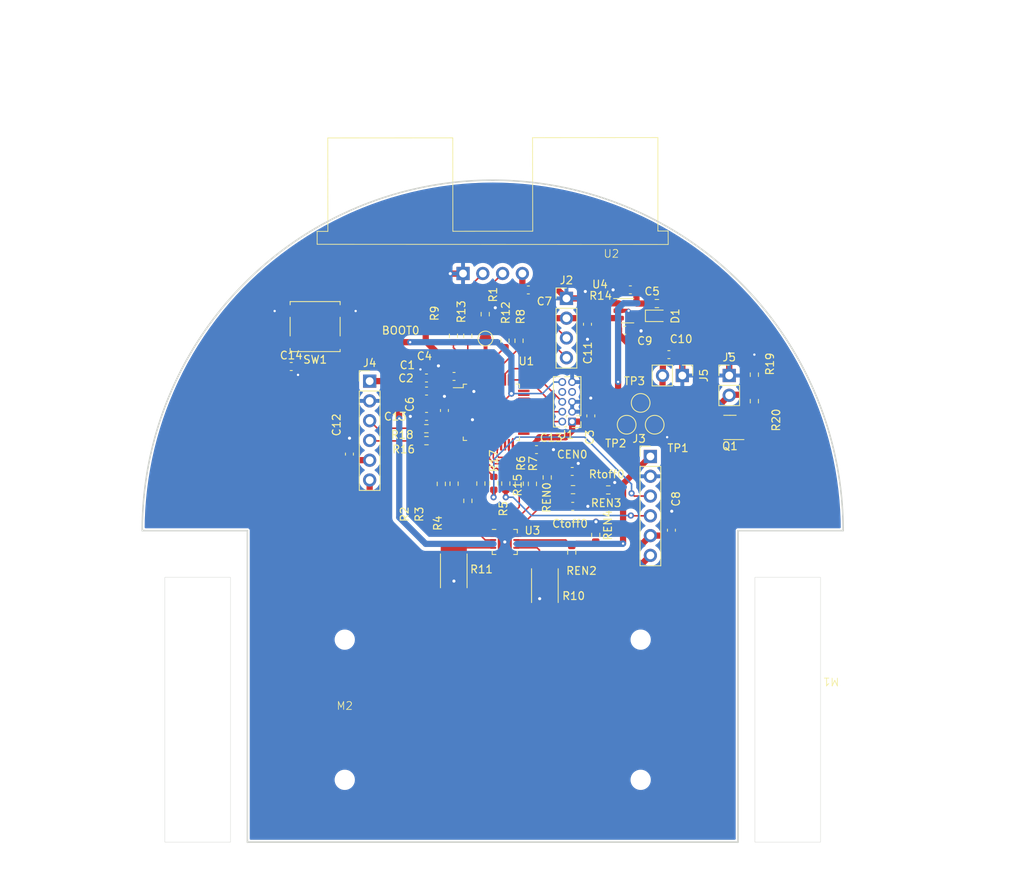
<source format=kicad_pcb>
(kicad_pcb (version 20221018) (generator pcbnew)
  (layers (0 "F.Cu" signal) (31 "B.Cu" signal) (34 "B.Paste" user) (35 "F.Paste" user) (36 "B.SilkS" user "B.Silkscreen") (37 "F.SilkS" user "F.Silkscreen") (38 "B.Mask" user) (39 "F.Mask" user) (44 "Edge.Cuts" user))
  (net 0 "")
  (net 1 "+3.3V")
  (net 2 "GND")
  (net 3 "+BATT")
  (net 4 "Net-(Ctoff0-Pad1)")
  (net 5 "/mcu/IN_B2")
  (net 6 "Net-(D1-A)")
  (net 7 "/mcu/BOOT0")
  (net 8 "Net-(U1-PA2)")
  (net 9 "/mcu/TIM15_CH1")
  (net 10 "Net-(U1-PA3)")
  (net 11 "/mcu/TIM15_CH2")
  (net 12 "Net-(U1-PA4)")
  (net 13 "/mcu/OUT_A4")
  (net 14 "Net-(U1-PA5)")
  (net 15 "/mcu/OUT_A5")
  (net 16 "/mcu/OUT_B0")
  (net 17 "Net-(U1-PB0)")
  (net 18 "/mcu/OUT_B1")
  (net 19 "Net-(U1-PB1)")
  (net 20 "Net-(U1-PB6)")
  (net 21 "/mcu/OUT_B9")
  (net 22 "Net-(U1-PB9)")
  (net 23 "/mcu/TIM3_CH1")
  (net 24 "/mcu/TIM2_CH1")
  (net 25 "/mcu/TIM3_CH2")
  (net 26 "/mcu/TIM2_CH2")
  (net 27 "/mcu/TIM8_CH2")
  (net 33 "/mcu/~{RESET}")
  (net 45 "/mcu/SWDIO")
  (net 48 "/mcu/SWDCLK")
  (net 50 "/mcu/SWO")
  (net 52 "unconnected-(U1-PB5-Pad41)")
  (net 55 "Net-(J2-Pin_3)")
  (net 56 "/external_uart/EXT_UART_RX")
  (net 57 "/motorA/MA")
  (net 58 "Net-(J3-Pin_3)")
  (net 59 "Net-(J3-Pin_4)")
  (net 60 "/motorA/MB")
  (net 61 "/motorB/MA")
  (net 62 "Net-(J4-Pin_3)")
  (net 63 "Net-(J4-Pin_4)")
  (net 64 "/motorB/MB")
  (net 65 "Net-(U3-SENSEB)")
  (net 66 "Net-(U3-SENSEA)")
  (net 67 "/external_uart/EXT_UART_TX")
  (net 68 "Net-(U2-ECHO)")
  (net 69 "Net-(U3-REF)")
  (net 70 "Net-(U3-TOFF)")
  (net 72 "Net-(J5-Pin_2)")
  (net 73 "Net-(Q1-G)")
  (footprint "Package_QFP:LQFP-48_7x7mm_P0.5mm" (layer "F.Cu") (at 149.83 84.8075)
    (fp_text reference "U1")
    (fp_text value "STM32F030C8Tx")
  )
  (footprint "Resistor_SMD:R_0603_1608Metric" (layer "F.Cu") (at 149.04 72.205 90)
    (fp_text reference "R1")
    (fp_text value "10k")
  )
  (footprint "minimouse:N20_with_encoder" (layer "F.Cu") (at 131 123)
    (fp_text reference "M2")
    (fp_text value "N20_encoder")
    (fp_rect (start -23.1 -17) (end -14.67 17) (stroke (width 0.05)) (fill none) (layer "Edge.Cuts"))
  )
  (footprint "Resistor_SMD:R_0603_1608Metric" (layer "F.Cu") (at 163.23 100.57 -90)
    (fp_text reference "REN4")
    (fp_text value "10K")
  )
  (footprint "Resistor_SMD:R_2512_6332Metric" (layer "F.Cu") (at 156.7 107.0625 -90)
    (fp_text reference "R10")
    (fp_text value "330m")
  )
  (footprint "minimouse:HC-SR04" (layer "F.Cu") (at 150 66.98)
    (fp_text reference "U2")
    (fp_text value "HC-SR04")
  )
  (footprint "Package_DFN_QFN:VQFN-16-1EP_3x3mm_P0.5mm_EP1.8x1.8mm" (layer "F.Cu") (at 151.55 101.4525)
    (fp_text reference "U3")
    (fp_text value "STSPIN240")
  )
  (footprint "Capacitor_SMD:C_0603_1608Metric" (layer "F.Cu") (at 160.21 92.4)
    (fp_text reference "CEN0")
    (fp_text value "1n")
  )
  (footprint "Connector_PinHeader_2.54mm:PinHeader_1x06_P2.54mm_Vertical" (layer "F.Cu") (at 134.2 80.8)
    (fp_text reference "J4")
    (fp_text value "Conn_01x06")
  )
  (footprint "TestPoint:TestPoint_Pad_D1.5mm" (layer "F.Cu") (at 149.07 75.33)
    (fp_text reference "BOOT0")
    (fp_text value "TestPoint")
  )
  (footprint "Button_Switch_SMD:SW_Push_1P1T_NO_CK_KSC6xxJ" (layer "F.Cu") (at 127.2 73.8)
    (fp_text reference "SW1")
    (fp_text value "SW_Push")
  )
  (footprint "Resistor_SMD:R_0603_1608Metric" (layer "F.Cu") (at 146.81 96.175 -90)
    (fp_text reference "R4")
    (fp_text value "100")
  )
  (footprint "Capacitor_SMD:C_0603_1608Metric" (layer "F.Cu") (at 145.035 80.2 180)
    (fp_text reference "C4")
    (fp_text value "0.1uF")
  )
  (footprint "Resistor_SMD:R_0603_1608Metric" (layer "F.Cu") (at 151.58 75.615 90)
    (fp_text reference "R12")
    (fp_text value "100")
  )
  (footprint "Resistor_SMD:R_0603_1608Metric" (layer "F.Cu") (at 144.96 74.985 -90)
    (fp_text reference "R9")
    (fp_text value "100")
  )
  (footprint "Resistor_SMD:R_0603_1608Metric" (layer "F.Cu") (at 183.6 83.375 -90)
    (fp_text reference "R20")
    (fp_text value "10K")
  )
  (footprint "TestPoint:TestPoint_Pad_D2.0mm" (layer "F.Cu") (at 167.2 86.4 180)
    (fp_text reference "TP2")
    (fp_text value "TestPoint")
  )
  (footprint "Package_TO_SOT_SMD:SOT-23-5" (layer "F.Cu") (at 167.3225 71.76)
    (fp_text reference "U4")
    (fp_text value "LP5907MFX-3.3")
  )
  (footprint "Resistor_SMD:R_0603_1608Metric" (layer "F.Cu") (at 150.14 93.925 -90)
    (fp_text reference "R17")
    (fp_text value "100")
  )
  (footprint "Capacitor_SMD:C_0603_1608Metric" (layer "F.Cu") (at 162.17 73.5 -90)
    (fp_text reference "C11")
    (fp_text value "2.2u")
  )
  (footprint "Resistor_SMD:R_0603_1608Metric" (layer "F.Cu") (at 151.68 93.955 -90)
    (fp_text reference "R15")
    (fp_text value "100")
  )
  (footprint "Resistor_SMD:R_0603_1608Metric" (layer "F.Cu") (at 160.15 102.805 -90)
    (fp_text reference "REN2")
    (fp_text value "10K")
  )
  (footprint "Capacitor_SMD:C_0603_1608Metric" (layer "F.Cu") (at 167.675 69.08 180)
    (fp_text reference "C5")
    (fp_text value "0.1uF")
  )
  (footprint "minimouse:N20_with_encoder" (layer "F.Cu") (at 169 123 180)
    (fp_text reference "M1")
    (fp_text value "N20_encoder")
    (fp_rect (start -23.1 -17) (end -14.67 17) (stroke (width 0.05)) (fill none) (layer "Edge.Cuts"))
  )
  (footprint "Connector_PinHeader_2.54mm:PinHeader_1x02_P2.54mm_Vertical" (layer "F.Cu") (at 174.35 80.08 -90)
    (fp_text reference "J5")
    (fp_text value "Conn_01x02")
  )
  (footprint "Capacitor_SMD:C_0603_1608Metric" (layer "F.Cu") (at 172.625 77.4)
    (fp_text reference "C10")
    (fp_text value "2.2u")
  )
  (footprint "Capacitor_SMD:C_0603_1608Metric" (layer "F.Cu") (at 162.6 85.265 90)
    (fp_text reference "C3")
    (fp_text value "0.1uF")
  )
  (footprint "LED_SMD:LED_0603_1608Metric" (layer "F.Cu") (at 171.0925 72.42)
    (fp_text reference "D1")
    (fp_text value "LED")
  )
  (footprint "Capacitor_SMD:C_0603_1608Metric" (layer "F.Cu") (at 124.13 78.93)
    (fp_text reference "C14")
    (fp_text value "0.1u")
  )
  (footprint "Connector_PinHeader_2.54mm:PinHeader_1x04_P2.54mm_Vertical" (layer "F.Cu") (at 159.47 70.18)
    (fp_text reference "J2")
    (fp_text value "Conn_01x04")
  )
  (footprint "Resistor_SMD:R_0603_1608Metric" (layer "F.Cu") (at 153.38 75.615 -90)
    (fp_text reference "R8")
    (fp_text value "100")
  )
  (footprint "Resistor_SMD:R_0603_1608Metric" (layer "F.Cu") (at 157 93.175 90)
    (fp_text reference "REN0")
    (fp_text value "10K")
  )
  (footprint "Resistor_SMD:R_0603_1608Metric" (layer "F.Cu") (at 155.1 93.995 90)
    (fp_text reference "R7")
    (fp_text value "100")
  )
  (footprint "Resistor_SMD:R_0603_1608Metric" (layer "F.Cu") (at 143.4 94 -90)
    (fp_text reference "R2")
    (fp_text value "100")
  )
  (footprint "Capacitor_SMD:C_0603_1608Metric" (layer "F.Cu") (at 160.275 96.88)
    (fp_text reference "Ctoff0")
    (fp_text value "22n")
  )
  (footprint "Connector_PinHeader_2.54mm:PinHeader_1x02_P2.54mm_Vertical" (layer "F.Cu") (at 180.3725 80.08)
    (fp_text reference "J5")
    (fp_text value "Conn_01x02")
  )
  (footprint "Resistor_SMD:R_0603_1608Metric" (layer "F.Cu") (at 164.835 94.77 180)
    (fp_text reference "REN3")
    (fp_text value "47K")
  )
  (footprint "Resistor_SMD:R_0603_1608Metric" (layer "F.Cu") (at 171.085 70.84)
    (fp_text reference "R14")
    (fp_text value "R")
  )
  (footprint "Resistor_SMD:R_0603_1608Metric" (layer "F.Cu") (at 145.04 93.975 -90)
    (fp_text reference "R3")
    (fp_text value "100")
  )
  (footprint "Connector_PinHeader_2.54mm:PinHeader_1x06_P2.54mm_Vertical" (layer "F.Cu") (at 170.25 90.48)
    (fp_text reference "J3")
    (fp_text value "Conn_01x06")
  )
  (footprint "Capacitor_SMD:C_0603_1608Metric" (layer "F.Cu") (at 141.495 80.4 180)
    (fp_text reference "C1")
    (fp_text value "2.2uF")
  )
  (footprint "Resistor_SMD:R_0603_1608Metric" (layer "F.Cu") (at 148.48 93.955 -90)
    (fp_text reference "R5")
    (fp_text value "100")
  )
  (footprint "TestPoint:TestPoint_Pad_D2.0mm" (layer "F.Cu") (at 170.8 86.4 180)
    (fp_text reference "TP1")
    (fp_text value "TestPoint")
  )
  (footprint "Resistor_SMD:R_0603_1608Metric" (layer "F.Cu") (at 160.315 94.74)
    (fp_text reference "Rtoff0")
    (fp_text value "1K")
  )
  (footprint "Connector_PinHeader_1.27mm:PinHeader_2x05_P1.27mm_Vertical" (layer "F.Cu") (at 160.2 86 180)
    (fp_text reference "J1")
    (fp_text value "Conn_ARM_JTAG_SWD_10")
  )
  (footprint "Resistor_SMD:R_0603_1608Metric" (layer "F.Cu") (at 183.6 79.975 90)
    (fp_text reference "R19")
    (fp_text value "100K")
  )
  (footprint "TestPoint:TestPoint_Pad_D2.0mm" (layer "F.Cu") (at 169 83.6 180)
    (fp_text reference "TP3")
    (fp_text value "TestPoint")
  )
  (footprint "Capacitor_SMD:C_0603_1608Metric" (layer "F.Cu") (at 141.505 82.08 180)
    (fp_text reference "C2")
    (fp_text value "0.1uF")
  )
  (footprint "Capacitor_SMD:C_0603_1608Metric" (layer "F.Cu") (at 143.8 84.575 90)
    (fp_text reference "C6")
    (fp_text value "2.2uF")
  )
  (footprint "Capacitor_SMD:C_0603_1608Metric" (layer "F.Cu") (at 155.625 89.6)
    (fp_text reference "C13")
    (fp_text value "2.2u")
  )
  (footprint "Resistor_SMD:R_0603_1608Metric" (layer "F.Cu") (at 141.495 88.45 180)
    (fp_text reference "R16")
    (fp_text value "100")
  )
  (footprint "Capacitor_SMD:C_0603_1608Metric" (layer "F.Cu") (at 172.95 99.945 90)
    (fp_text reference "C8")
    (fp_text value "2.2u")
  )
  (footprint "Resistor_SMD:R_2512_6332Metric" (layer "F.Cu") (at 145 105.1625 -90)
    (fp_text reference "R11")
    (fp_text value "330m")
  )
  (footprint "Resistor_SMD:R_0603_1608Metric" (layer "F.Cu") (at 141.485 86.91 180)
    (fp_text reference "R18")
    (fp_text value "100")
  )
  (footprint "Resistor_SMD:R_0603_1608Metric" (layer "F.Cu") (at 146.8 74.985 90)
    (fp_text reference "R13")
    (fp_text value "100")
  )
  (footprint "Capacitor_SMD:C_0603_1608Metric" (layer "F.Cu") (at 131.6 90.175 90)
    (fp_text reference "C12")
    (fp_text value "2.2u")
  )
  (footprint "Capacitor_SMD:C_0603_1608Metric" (layer "F.Cu") (at 166.945 74.27)
    (fp_text reference "C9")
    (fp_text value "2.2u")
  )
  (footprint "Package_TO_SOT_SMD:SOT-23-3" (layer "F.Cu") (at 180.4625 86.75 180)
    (fp_text reference "Q1")
    (fp_text value "PMOS")
  )
  (footprint "Capacitor_SMD:C_0603_1608Metric" (layer "F.Cu") (at 141.505 85.33 180)
    (fp_text reference "C13")
    (fp_text value "2.2u")
  )
  (footprint "Resistor_SMD:R_0603_1608Metric" (layer "F.Cu") (at 153.41 93.965 90)
    (fp_text reference "R6")
    (fp_text value "100")
  )
  (footprint "Capacitor_SMD:C_0603_1608Metric" (layer "F.Cu") (at 154.575 69.09)
    (fp_text reference "C7")
    (fp_text value "2.2u")
  )
  (gr_arc (start 105 100) (mid 150 55) (end 195 100) (stroke (width 0.2)) (layer "Edge.Cuts"))
  (gr_line (start 181.5 140) (end 118.5 140) (stroke (width 0.2)) (layer "Edge.Cuts"))
  (gr_line (start 118.5 100) (end 105 100) (stroke (width 0.2)) (layer "Edge.Cuts"))
  (gr_line (start 181.5 100) (end 181.5 140) (stroke (width 0.2)) (layer "Edge.Cuts"))
  (gr_line (start 195 100) (end 181.5 100) (stroke (width 0.2)) (layer "Edge.Cuts"))
  (gr_line (start 118.5 140) (end 118.5 100) (stroke (width 0.2)) (layer "Edge.Cuts"))
  (segment (start 142.22 64.8) (end 141.4 65.62) (width 0.8) (layer "F.Cu") (net 1))
  (segment (start 154.85 89.15) (end 154.85 89.6) (width 0.5) (layer "F.Cu") (net 1))
  (segment (start 153.02 89.41) (end 152.58 88.97) (width 0.2) (layer "F.Cu") (net 1))
  (segment (start 168.46 69.09) (end 168.45 69.08) (width 0.8) (layer "F.Cu") (net 1))
  (segment (start 168.49 70.84) (end 168.46 70.81) (width 0.8) (layer "F.Cu") (net 1))
  (segment (start 145.81 80.10204) (end 145.81 80.2) (width 0.8) (layer "F.Cu") (net 1))
  (segment (start 160.2 87.16) (end 160.2 86) (width 0.8) (layer "F.Cu") (net 1))
  (segment (start 146.23 80.2) (end 145.81 80.2) (width 0.2) (layer "F.Cu") (net 1))
  (segment (start 147.08 80.645) (end 146.675 80.645) (width 0.2) (layer "F.Cu") (net 1))
  (segment (start 144.3575 81.7575) (end 142.4275 81.7575) (width 0.8) (layer "F.Cu") (net 1))
  (segment (start 166.1 85.3) (end 167.2 86.4) (width 0.8) (layer "F.Cu") (net 1))
  (segment (start 154.85 89.6) (end 154.66 89.41) (width 0.2) (layer "F.Cu") (net 1))
  (segment (start 145.6675 80.3425) (end 145.81 80.2) (width 0.2) (layer "F.Cu") (net 1))
  (segment (start 142.31 82.08) (end 142.3325 82.0575) (width 0.2) (layer "F.Cu") (net 1))
  (segment (start 159.35 88.01) (end 160.2 87.16) (width 0.8) (layer "F.Cu") (net 1))
  (segment (start 168.45 69.08) (end 168.45 68.605) (width 0.8) (layer "F.Cu") (net 1))
  (segment (start 164.645 64.8) (end 164.17 64.8) (width 0.8) (layer "F.Cu") (net 1))
  (segment (start 144.4 81.715) (end 144.4 81.61) (width 0.5) (layer "F.Cu") (net 1))
  (segment (start 170.26 70.84) (end 168.49 70.84) (width 0.8) (layer "F.Cu") (net 1))
  (segment (start 142.4275 81.7575) (end 142.27 81.6) (width 0.8) (layer "F.Cu") (net 1))
  (segment (start 143.8 85.35) (end 143.325 85.35) (width 0.2) (layer "F.Cu") (net 1))
  (segment (start 155.8 88.2) (end 155.99 88.01) (width 0.8) (layer "F.Cu") (net 1))
  (segment (start 142.28 85.33) (end 142.28 82.46) (width 0.8) (layer "F.Cu") (net 1))
  (segment (start 160.2 86) (end 162.56 86) (width 0.8) (layer "F.Cu") (net 1))
  (segment (start 152.58 88.20009) (end 152.58 88.97) (width 0.2) (layer "F.Cu") (net 1))
  (segment (start 145.81 80.305) (end 144.3575 81.7575) (width 0.8) (layer "F.Cu") (net 1))
  (segment (start 143.8 85.35) (end 142.3 85.35) (width 0.8) (layer "F.Cu") (net 1))
  (segment (start 166.1 80.9) (end 166.1 84.1) (width 0.8) (layer "F.Cu") (net 1))
  (segment (start 166.1 84.1) (end 166.1 85.3) (width 0.8) (layer "F.Cu") (net 1))
  (segment (start 142.3 82.09) (end 142.31 82.08) (width 0.2) (layer "F.Cu") (net 1))
  (segment (start 141.4 75.69204) (end 145.81 80.10204) (width 0.8) (layer "F.Cu") (net 1))
  (segment (start 155.8 88.2) (end 154.85 89.15) (width 0.5) (layer "F.Cu") (net 1))
  (segment (start 144.3575 81.7575) (end 144.4 81.715) (width 0.5) (layer "F.Cu") (net 1))
  (segment (start 142.27 80.55) (end 142.27 81.6) (width 0.8) (layer "F.Cu") (net 1))
  (segment (start 155.99 88.01) (end 159.35 88.01) (width 0.8) (layer "F.Cu") (net 1))
  (segment (start 162.56 86) (end 162.6 86.04) (width 0.8) (layer "F.Cu") (net 1))
  (segment (start 146.675 80.645) (end 146.23 80.2) (width 0.2) (layer "F.Cu") (net 1))
  (segment (start 168.45 68.605) (end 164.645 64.8) (width 0.8) (layer "F.Cu") (net 1))
  (segment (start 168.46 70.81) (end 168.46 69.09) (width 0.8) (layer "F.Cu") (net 1))
  (segment (start 154.66 89.41) (end 153.02 89.41) (width 0.2) (layer "F.Cu") (net 1))
  (segment (start 164.9 85.3) (end 166.1 85.3) (width 0.8) (layer "F.Cu") (net 1))
  (segment (start 142.3 85.35) (end 142.28 85.33) (width 0.8) (layer "F.Cu") (net 1))
  (segment (start 144.3575 81.7575) (end 144.6575 82.0575) (width 0.2) (layer "F.Cu") (net 1))
  (segment (start 164.16 86.04) (end 162.6 86.04) (width 0.8) (layer "F.Cu") (net 1))
  (segment (start 145.6675 86.0575) (end 146.4675 86.0575) (width 0.2) (layer "F.Cu") (net 1))
  (segment (start 145.81 80.2) (end 145.81 80.305) (width 0.8) (layer "F.Cu") (net 1))
  (segment (start 144.5075 86.0575) (end 143.8 85.35) (width 0.2) (layer "F.Cu") (net 1))
  (segment (start 164.17 64.8) (end 142.22 64.8) (width 0.8) (layer "F.Cu") (net 1))
  (segment (start 145.6675 86.0575) (end 144.5075 86.0575) (width 0.2) (layer "F.Cu") (net 1))
  (segment (start 142.27 82.04) (end 142.31 82.08) (width 0.8) (layer "F.Cu") (net 1))
  (segment (start 164.16 86.04) (end 164.9 85.3) (width 0.8) (layer "F.Cu") (net 1))
  (segment (start 141.4 65.62) (end 141.4 75.69204) (width 0.8) (layer "F.Cu") (net 1))
  (segment (start 142.27 81.6) (end 142.27 82.04) (width 0.8) (layer "F.Cu") (net 1))
  (segment (start 144.6575 82.0575) (end 145.6675 82.0575) (width 0.2) (layer "F.Cu") (net 1))
  (via (at 166.1 80.9) (size 0.5) (drill 0.3) (layers "F.Cu" "B.Cu") (net 1))
  (segment (start 166.1 80.9) (end 166.1 71.5) (width 0.8) (layer "B.Cu") (net 1))
  (segment (start 166.1 71.5) (end 166.8 70.8) (width 0.8) (layer "B.Cu") (net 1))
  (segment (start 166.8 70.8) (end 168.6 70.8) (width 0.8) (layer "B.Cu") (net 1))
  (segment (start 144.26 80.07) (end 143.03 78.84) (width 0.8) (layer "F.Cu") (net 2))
  (segment (start 151.8 101.7025) (end 151.55 101.4525) (width 0.2) (layer "F.Cu") (net 2))
  (segment (start 147.4 85.7575) (end 147.2 85.5575) (width 0.2) (layer "F.Cu") (net 2))
  (segment (start 155.35 69.09) (end 158.38 69.09) (width 0.8) (layer "F.Cu") (net 2))
  (segment (start 140.72 80.4) (end 140.72 82.07) (width 0.8) (layer "F.Cu") (net 2))
  (segment (start 131.6 88.14) (end 131.61 88.13) (width 0.8) (layer "F.Cu") (net 2))
  (segment (start 172.95 97.55) (end 172.99 97.51) (width 0.8) (layer "F.Cu") (net 2))
  (segment (start 163.23 99.745) (end 163.23 98.89) (width 0.8) (layer "F.Cu") (net 2))
  (segment (start 152.665 90.675) (end 152.27 90.28) (width 0.5) (layer "F.Cu") (net 2))
  (segment (start 170.305 74.305) (end 169.095 74.305) (width 0.8) (layer "F.Cu") (net 2))
  (segment (start 145 106.5) (end 145 108.125) (width 0.8) (layer "F.Cu") (net 2))
  (segment (start 172.95 99.17) (end 172.95 97.55) (width 0.8) (layer "F.Cu") (net 2))
  (segment (start 167.72 74.27) (end 168.97 74.27) (width 0.8) (layer "F.Cu") (net 2))
  (segment (start 159.47 70.18) (end 161 70.18) (width 0.8) (layer "F.Cu") (net 2))
  (segment (start 162.59 82.98) (end 162.6 82.99) (width 0.5) (layer "F.Cu") (net 2))
  (segment (start 169.095 74.305) (end 169.05 74.35) (width 0.8) (layer "F.Cu") (net 2))
  (segment (start 162.53 84.73) (end 162.6 84.8) (width 0.2) (layer "F.Cu") (net 2))
  (segment (start 124.905 79.905) (end 125 80) (width 0.8) (layer "F.Cu") (net 2))
  (segment (start 173.4 77.4) (end 170.35 74.35) (width 0.2) (layer "F.Cu") (net 2))
  (segment (start 156 90.6) (end 155.99 90.61) (width 0.5) (layer "F.Cu") (net 2))
  (segment (start 151.8 102.94) (end 151.8 101.7025) (width 0.2) (layer "F.Cu") (net 2))
  (segment (start 144.55 67) (end 146.17 67) (width 0.8) (layer "F.Cu") (net 2))
  (segment (start 170.305 72.42) (end 170.305 74.305) (width 0.2) (layer "F.Cu") (net 2))
  (segment (start 165.66 94.77) (end 165.66 93.83) (width 0.8) (layer "F.Cu") (net 2))
  (segment (start 149.04 71.38) (end 150.33 71.38) (width 0.8) (layer "F.Cu") (net 2))
  (segment (start 140.73 85.33) (end 139.42 85.33) (width 0.2) (layer "F.Cu") (net 2))
  (segment (start 130.1 71.8) (end 132.4 71.8) (width 0.8) (layer "F.Cu") (net 2))
  (segment (start 147.58 80.645) (end 147.58 82.13) (width 0.2) (layer "F.Cu") (net 2))
  (segment (start 124.3 71.8) (end 122 71.8) (width 0.8) (layer "F.Cu") (net 2))
  (segment (start 170.305 74.305) (end 170.35 74.35) (width 0.2) (layer "F.Cu") (net 2))
  (segment (start 170.305 72.42) (end 170.305 74.20704) (width 0.8) (layer "F.Cu") (net 2))
  (segment (start 168.97 74.27) (end 169.05 74.35) (width 0.8) (layer "F.Cu") (net 2))
  (segment (start 156.4 89.6) (end 156.4 90.2) (width 0.2) (layer "F.Cu") (net 2))
  (segment (start 162.66 83.05) (end 162.59 82.98) (width 0.5) (layer "F.Cu") (net 2))
  (segment (start 162.6 82.99) (end 162.6 84.8) (width 0.5) (layer "F.Cu") (net 2))
  (segment (start 156.03 108.74) (end 156.03 110.095) (width 0.5) (layer "F.Cu") (net 2))
  (segment (start 161.05 96.88) (end 162.22 96.88) (width 0.8) (layer "F.Cu") (net 2))
  (segment (start 124.905 78.93) (end 124.905 79.905) (width 0.8) (layer "F.Cu") (net 2))
  (segment (start 183.6 79.15) (end 183.6 77.4) (width 0.8) (layer "F.Cu") (net 2))
  (segment (start 152.08 90.09) (end 152.27 90.28) (width 0.2) (layer "F.Cu") (net 2))
  (segment (start 170.305 74.20704) (end 173.4 77.30204) (width 0.8) (layer "F.Cu") (net 2))
  (segment (start 151.5675 101.4525) (end 151.55 101.4525) (width 0.2) (layer "F.Cu") (net 2))
  (segment (start 170.8 86.4) (end 172.4 88) (width 0.8) (layer "F.Cu") (net 2))
  (segment (start 174.35 80.08) (end 174.35 78.35) (width 0.8) (layer "F.Cu") (net 2))
  (segment (start 156.4 89.6) (end 157.8 89.6) (width 0.5) (layer "F.Cu") (net 2))
  (segment (start 165.66 93.83) (end 165.67 93.82) (width 0.8) (layer "F.Cu") (net 2))
  (segment (start 151.5675 101.4525) (end 151.57 101.45) (width 0.2) (layer "F.Cu") (net 2))
  (segment (start 140.72 79.3) (end 140.72 82.04) (width 0.2) (layer "F.Cu") (net 2))
  (segment (start 145.02 106.48) (end 145 106.5) (width 0.8) (layer "F.Cu") (net 2))
  (segment (start 140.72 82.04) (end 140.76 82.08) (width 0.2) (layer "F.Cu") (net 2))
  (segment (start 143.8 83.8) (end 143.8 82.7575) (width 0.2) (layer "F.Cu") (net 2))
  (segment (start 160.985 91.245) (end 160.985 91.37) (width 0.2) (layer "F.Cu") (net 2))
  (segment (start 167.44 71.76) (end 167.45 71.77) (width 0.5) (layer "F.Cu") (net 2))
  (segment (start 173.4 77.30204) (end 173.4 77.4) (width 0.8) (layer "F.Cu") (net 2))
  (segment (start 162.17 74.275) (end 162.17 75.43) (width 0.8) (layer "F.Cu") (net 2))
  (segment (start 144.26 80.2) (end 144.26 80.07) (width 0.2) (layer "F.Cu") (net 2))
  (segment (start 140.72 80.4) (end 140.72 79.3) (width 0.8) (layer "F.Cu") (net 2))
  (segment (start 163.23 98.89) (end 163.26 98.86) (width 0.8) (layer "F.Cu") (net 2))
  (segment (start 161 70.18) (end 161.89 69.29) (width 0.8) (layer "F.Cu") (net 2))
  (segment (start 158.38 69.09) (end 159.47 70.18) (width 0.8) (layer "F.Cu") (net 2))
  (segment (start 131.6 89.4) (end 131.6 88.14) (width 0.8) (layer "F.Cu") (net 2))
  (segment (start 166.185 71.76) (end 167.44 71.76) (width 0.5) (layer "F.Cu") (net 2))
  (segment (start 147.2 85.5575) (end 145.6675 85.5575) (width 0.2) (layer "F.Cu") (net 2))
  (segment (start 146.17 67) (end 146.19 66.98) (width 0.8) (layer "F.Cu") (net 2))
  (segment (start 156.03 110.095) (end 156 110.125) (width 0.5) (layer "F.Cu") (net 2))
  (segment (start 152.08 88.97) (end 152.08 90.09) (width 0.2) (layer "F.Cu") (net 2))
  (segment (start 160.27 84.8) (end 160.2 84.73) (width 0.8) (layer "F.Cu") (net 2))
  (segment (start 140.72 82.07) (end 140.73 82.08) (width 0.8) (layer "F.Cu") (net 2))
  (segment (start 160.985 92.4) (end 160.985 91.37) (width 0.8) (layer "F.Cu") (net 2))
  (segment (start 166.9 69.08) (end 165.46 69.08) (width 0.8) (layer "F.Cu") (net 2))
  (segment (start 180.3725 77.2275) (end 180.3725 80.08) (width 0.8) (layer "F.Cu") (net 2))
  (segment (start 154.2 90.675) (end 152.665 90.675) (width 0.5) (layer "F.Cu") (net 2))
  (segment (start 156.4 90.2) (end 155.99 90.61) (width 0.8) (layer "F.Cu") (net 2))
  (segment (start 155.925 90.675) (end 155.99 90.61) (width 0.8) (layer "F.Cu") (net 2))
  (segment (start 170.35 74.35) (end 169.05 74.35) (width 0.2) (layer "F.Cu") (net 2))
  (segment (start 174.35 78.35) (end 173.4 77.4) (width 0.8) (layer "F.Cu") (net 2))
  (segment (start 154.2 90.675) (end 155.925 90.675) (width 0.8) (layer "F.Cu") (net 2))
  (segment (start 170.31 93.08) (end 170.25 93.02) (width 0.8) (layer "F.Cu") (net 2))
  (via (at 165.67 93.82) (size 0.8) (drill 0.4) (layers "F.Cu" "B.Cu") (net 2))
  (via (at 163.26 98.86) (size 0.8) (drill 0.4) (layers "F.Cu" "B.Cu") (net 2))
  (via (at 140.72 79.3) (size 0.5) (drill 0.3) (layers "F.Cu" "B.Cu") (net 2))
  (via (at 147.58 82.13) (size 0.8) (drill 0.4) (layers "F.Cu" "B.Cu") (net 2))
  (via (at 161.89 69.29) (size 0.8) (drill 0.4) (layers "F.Cu" "B.Cu") (net 2))
  (via (at 169.05 74.35) (size 0.8) (drill 0.4) (layers "F.Cu" "B.Cu") (net 2))
  (via (at 167.45 71.77) (size 0.5) (drill 0.3) (layers "F.Cu" "B.Cu") (net 2))
  (via (at 180.3725 77.2275) (size 0.5) (drill 0.3) (layers "F.Cu" "B.Cu") (net 2))
  (via (at 165.46 69.08) (size 0.8) (drill 0.4) (layers "F.Cu" "B.Cu") (net 2))
  (via (at 172.99 97.51) (size 0.8) (drill 0.4) (layers "F.Cu" "B.Cu") (net 2))
  (via (at 157.8 89.6) (size 0.8) (drill 0.4) (layers "F.Cu" "B.Cu") (net 2))
  (via (at 145.02 106.48) (size 0.8) (drill 0.4) (layers "F.Cu" "B.Cu") (net 2))
  (via (at 162.59 82.98) (size 0.8) (drill 0.4) (layers "F.Cu" "B.Cu") (net 2))
  (via (at 169.05 74.35) (size 0.8) (drill 0.4) (layers "F.Cu" "B.Cu") (net 2))
  (via (at 150.33 71.38) (size 0.8) (drill 0.4) (layers "F.Cu" "B.Cu") (net 2))
  (via (at 162.17 75.43) (size 0.8) (drill 0.4) (layers "F.Cu" "B.Cu") (net 2))
  (via (at 125 80) (size 0.5) (drill 0.3) (layers "F.Cu" "B.Cu") (net 2))
  (via (at 144.55 67) (size 0.8) (drill 0.4) (layers "F.Cu" "B.Cu") (net 2))
  (via (at 151.55 101.4525) (size 0.8) (drill 0.4) (layers "F.Cu" "B.Cu") (net 2))
  (via (at 183.6 77.4) (size 0.5) (drill 0.3) (layers "F.Cu" "B.Cu") (net 2))
  (via (at 122 71.8) (size 0.5) (drill 0.3) (layers "F.Cu" "B.Cu") (net 2))
  (via (at 132.4 71.8) (size 0.5) (drill 0.3) (layers "F.Cu" "B.Cu") (net 2))
  (via (at 162.22 96.88) (size 0.8) (drill 0.4) (layers "F.Cu" "B.Cu") (net 2))
  (via (at 131.61 88.13) (size 0.8) (drill 0.4) (layers "F.Cu" "B.Cu") (net 2))
  (via (at 160.985 91.37) (size 0.8) (drill 0.4) (layers "F.Cu" "B.Cu") (net 2))
  (via (at 139.42 85.33) (size 0.8) (drill 0.4) (layers "F.Cu" "B.Cu") (net 2))
  (via (at 143.03 78.84) (size 0.8) (drill 0.4) (layers "F.Cu" "B.Cu") (net 2))
  (via (at 143.8 82.7575) (size 0.8) (drill 0.4) (layers "F.Cu" "B.Cu") (net 2))
  (via (at 147.4 85.7575) (size 0.8) (drill 0.4) (layers "F.Cu" "B.Cu") (net 2))
  (via (at 156.03 108.74) (size 0.8) (drill 0.4) (layers "F.Cu" "B.Cu") (net 2))
  (via (at 172.4 88) (size 0.5) (drill 0.3) (layers "F.Cu" "B.Cu") (net 2))
  (segment (start 171.85 77.4) (end 171.85 80.04) (width 0.8) (layer "F.Cu") (net 3))
  (segment (start 178.8 89.61) (end 177.81 89.61) (width 0.8) (layer "F.Cu") (net 3))
  (segment (start 151.3 112.3) (end 151.32 112.28) (width 0.8) (layer "F.Cu") (net 3))
  (segment (start 177.81 89.61) (end 171.81 83.61) (width 0.8) (layer "F.Cu") (net 3))
  (segment (start 166.17 74.27) (end 166.17 74.745) (width 0.8) (layer "F.Cu") (net 3))
  (segment (start 134.19 90.95) (end 134.2 90.96) (width 0.8) (layer "F.Cu") (net 3))
  (segment (start 153.81 66.98) (end 153.81 69.08) (width 0.8) (layer "F.Cu") (net 3))
  (segment (start 170.25 100.64) (end 172.87 100.64) (width 0.8) (layer "F.Cu") (net 3))
  (segment (start 173.425 100.72) (end 178.8 95.345) (width 0.8) (layer "F.Cu") (net 3))
  (segment (start 167.26 103.63) (end 170.25 100.64) (width 0.8) (layer "F.Cu") (net 3))
  (segment (start 172.95 105.25) (end 172.95 100.72) (width 0.8) (layer "F.Cu") (net 3))
  (segment (start 165.92 112.28) (end 172.95 105.25) (width 0.8) (layer "F.Cu") (net 3))
  (segment (start 151.3 104.29) (end 151.3 106.74) (width 0.5) (layer "F.Cu") (net 3))
  (segment (start 166.17 74.745) (end 168.825 77.4) (width 0.8) (layer "F.Cu") (net 3))
  (segment (start 171.8 83.6) (end 171.81 83.61) (width 0.8) (layer "F.Cu") (net 3))
  (segment (start 151.3 102.94) (end 151.3 103.341886) (width 0.2) (layer "F.Cu") (net 3))
  (segment (start 160.15 103.63) (end 167.26 103.63) (width 0.8) (layer "F.Cu") (net 3))
  (segment (start 170.33 100.72) (end 170.25 100.64) (width 0.2) (layer "F.Cu") (net 3))
  (segment (start 151.3 111.1) (end 151.32 111.12) (width 0.8) (layer "F.Cu") (net 3))
  (segment (start 169 83.6) (end 171.8 83.6) (width 0.8) (layer "F.Cu") (net 3))
  (segment (start 170.25 101.315685) (end 170.25 100.64) (width 0.2) (layer "F.Cu") (net 3))
  (segment (start 151.3 103.341886) (end 151.3 104.29) (width 0.2) (layer "F.Cu") (net 3))
  (segment (start 178.8 95.345) (end 178.8 89.61) (width 0.8) (layer "F.Cu") (net 3))
  (segment (start 151.32 111.12) (end 151.32 112.28) (width 0.8) (layer "F.Cu") (net 3))
  (segment (start 162.185 72.71) (end 162.17 72.725) (width 0.8) (layer "F.Cu") (net 3))
  (segment (start 131.6 101.75) (end 142.13 112.28) (width 0.8) (layer "F.Cu") (net 3))
  (segment (start 151.3 106.74) (end 151.3 111.1) (width 0.8) (layer "F.Cu") (net 3))
  (segment (start 168.825 77.4) (end 171.85 77.4) (width 0.8) (layer "F.Cu") (net 3))
  (segment (start 172.95 100.72) (end 173.425 100.72) (width 0.8) (layer "F.Cu") (net 3))
  (segment (start 162.17 71.23) (end 162.6 70.8) (width 0.8) (layer "F.Cu") (net 3))
  (segment (start 151.28 112.28) (end 151.3 112.3) (width 0.8) (layer "F.Cu") (net 3))
  (segment (start 162.17 72.725) (end 162.17 71.23) (width 0.8) (layer "F.Cu") (net 3))
  (segment (start 131.6 90.95) (end 134.19 90.95) (width 0.8) (layer "F.Cu") (net 3))
  (segment (start 166.185 72.71) (end 162.185 72.71) (width 0.8) (layer "F.Cu") (net 3))
  (segment (start 153.8 69.09) (end 153.8 69.565) (width 0.8) (layer "F.Cu") (net 3))
  (segment (start 151.32 112.28) (end 165.92 112.28) (width 0.8) (layer "F.Cu") (net 3))
  (segment (start 181.6 89.2) (end 181.19 89.61) (width 0.8) (layer "F.Cu") (net 3))
  (segment (start 166.185 72.71) (end 166.185 74.255) (width 0.8) (layer "F.Cu") (net 3))
  (segment (start 162.6 70.8) (end 162.61 70.81) (width 0.8) (layer "F.Cu") (net 3))
  (segment (start 159.47 72.72) (end 162.165 72.72) (width 0.8) (layer "F.Cu") (net 3))
  (segment (start 171.81 83.61) (end 171.81 80.08) (width 0.8) (layer "F.Cu") (net 3))
  (segment (start 181.19 89.61) (end 178.8 89.61) (width 0.8) (layer "F.Cu") (net 3))
  (segment (start 156.955 72.72) (end 159.47 72.72) (width 0.8) (layer "F.Cu") (net 3))
  (segment (start 162.165 72.72) (end 162.17 72.725) (width 0.8) (layer "F.Cu") (net 3))
  (segment (start 171.85 80.04) (end 171.81 80.08) (width 0.8) (layer "F.Cu") (net 3))
  (segment (start 142.13 112.28) (end 151.28 112.28) (width 0.8) (layer "F.Cu") (net 3))
  (segment (start 172.87 100.64) (end 172.95 100.72) (width 0.8) (layer "F.Cu") (net 3))
  (segment (start 162.61 70.81) (end 166.185 70.81) (width 0.8) (layer "F.Cu") (net 3))
  (segment (start 131.6 90.95) (end 131.6 101.75) (width 0.8) (layer "F.Cu") (net 3))
  (segment (start 153.81 69.08) (end 153.8 69.09) (width 0.8) (layer "F.Cu") (net 3))
  (segment (start 181.6 87.7) (end 181.6 89.2) (width 0.8) (layer "F.Cu") (net 3))
  (segment (start 166.185 74.255) (end 166.17 74.27) (width 0.8) (layer "F.Cu") (net 3))
  (segment (start 153.8 69.565) (end 156.955 72.72) (width 0.8) (layer "F.Cu") (net 3))
  (segment (start 159.5 96.88) (end 159.5 94.75) (width 0.2) (layer "F.Cu") (net 4))
  (segment (start 159.5 94.75) (end 159.49 94.74) (width 0.2) (layer "F.Cu") (net 4))
  (segment (start 159.435 92.4) (end 157.05 92.4) (width 0.2) (layer "F.Cu") (net 5))
  (segment (start 154 92) (end 153.4 91.4) (width 0.2) (layer "F.Cu") (net 5))
  (segment (start 155.787648 96.4) (end 155.2 96.4) (width 0.2) (layer "F.Cu") (net 5))
  (segment (start 151.4 90.6) (end 150.8 90.6) (width 0.2) (layer "F.Cu") (net 5))
  (segment (start 152.3 99.3) (end 152.3 99.965) (width 0.2) (layer "F.Cu") (net 5))
  (segment (start 159.435 92.752648) (end 155.787648 96.4) (width 0.2) (layer "F.Cu") (net 5))
  (segment (start 155 92) (end 154 92) (width 0.2) (layer "F.Cu") (net 5))
  (segment (start 157 92.35) (end 155.35 92.35) (width 0.2) (layer "F.Cu") (net 5))
  (segment (start 150.8 90.6) (end 150.58 90.38) (width 0.2) (layer "F.Cu") (net 5))
  (segment (start 159.435 92.4) (end 159.435 92.752648) (width 0.2) (layer "F.Cu") (net 5))
  (segment (start 155.2 96.4) (end 152.3 99.3) (width 0.2) (layer "F.Cu") (net 5))
  (segment (start 155.35 92.35) (end 155 92) (width 0.2) (layer "F.Cu") (net 5))
  (segment (start 153.4 91.4) (end 152.2 91.4) (width 0.2) (layer "F.Cu") (net 5))
  (segment (start 157.05 92.4) (end 157 92.35) (width 0.2) (layer "F.Cu") (net 5))
  (segment (start 150.58 90.38) (end 150.58 88.97) (width 0.2) (layer "F.Cu") (net 5))
  (segment (start 152.2 91.4) (end 151.4 90.6) (width 0.2) (layer "F.Cu") (net 5))
  (segment (start 171.91 72.39) (end 171.88 72.42) (width 0.2) (layer "F.Cu") (net 6))
  (segment (start 171.91 70.84) (end 171.91 72.39) (width 0.2) (layer "F.Cu") (net 6))
  (segment (start 172.035 70.81) (end 172.165 70.68) (width 0.2) (layer "F.Cu") (net 6))
  (segment (start 149.07 73.06) (end 149.04 73.03) (width 0.2) (layer "F.Cu") (net 7))
  (segment (start 149.07 75.33) (end 149.07 73.06) (width 0.2) (layer "F.Cu") (net 7))
  (segment (start 149.08 77.97) (end 149.09 77.96) (width 0.2) (layer "F.Cu") (net 7))
  (segment (start 149.09 77.96) (end 149.08 77.95) (width 0.5) (layer "F.Cu") (net 7))
  (segment (start 149.08 75.34) (end 149.07 75.33) (width 0.5) (layer "F.Cu") (net 7))
  (segment (start 149.08 80.645) (end 149.08 77.97) (width 0.2) (layer "F.Cu") (net 7))
  (segment (start 149.08 77.95) (end 149.08 75.34) (width 0.5) (layer "F.Cu") (net 7))
  (segment (start 148.95 75.45) (end 149.07 75.33) (width 0.8) (layer "F.Cu") (net 7))
  (segment (start 145.6675 87.5575) (end 143.4 89.825) (width 0.2) (layer "F.Cu") (net 8))
  (segment (start 143.4 89.825) (end 143.4 93.175) (width 0.2) (layer "F.Cu") (net 8))
  (segment (start 149.036814 101.2025) (end 143.4 95.565686) (width 0.2) (layer "F.Cu") (net 9))
  (segment (start 150.0625 101.2025) (end 149.036814 101.2025) (width 0.2) (layer "F.Cu") (net 9))
  (segment (start 143.4 95.565686) (end 143.4 94.825) (width 0.2) (layer "F.Cu") (net 9))
  (segment (start 145.63 88.97) (end 145.04 89.56) (width 0.2) (layer "F.Cu") (net 10))
  (segment (start 147.08 88.97) (end 145.63 88.97) (width 0.2) (layer "F.Cu") (net 10))
  (segment (start 145.04 89.56) (end 145.04 93.15) (width 0.2) (layer "F.Cu") (net 10))
  (segment (start 150.8 99.2) (end 147.78 96.18) (width 0.2) (layer "F.Cu") (net 11))
  (segment (start 145.18 96.18) (end 145.04 96.04) (width 0.2) (layer "F.Cu") (net 11))
  (segment (start 147.78 96.18) (end 145.18 96.18) (width 0.2) (layer "F.Cu") (net 11))
  (segment (start 145.04 96.04) (end 145.04 94.8) (width 0.2) (layer "F.Cu") (net 11))
  (segment (start 150.8 99.965) (end 150.8 99.2) (width 0.2) (layer "F.Cu") (net 11))
  (segment (start 146.81 90.79) (end 147.58 90.02) (width 0.2) (layer "F.Cu") (net 12))
  (segment (start 146.81 95.35) (end 146.81 90.79) (width 0.2) (layer "F.Cu") (net 12))
  (segment (start 147.58 90.02) (end 147.58 88.97) (width 0.2) (layer "F.Cu") (net 12))
  (segment (start 149.1025 100.7025) (end 146.81 98.41) (width 0.2) (layer "F.Cu") (net 13))
  (segment (start 146.81 98.41) (end 146.81 97) (width 0.2) (layer "F.Cu") (net 13))
  (segment (start 150.0625 100.7025) (end 149.1025 100.7025) (width 0.2) (layer "F.Cu") (net 13))
  (segment (start 148.08 92.73) (end 148.48 93.13) (width 0.2) (layer "F.Cu") (net 14))
  (segment (start 148.08 88.97) (end 148.08 92.73) (width 0.2) (layer "F.Cu") (net 14))
  (segment (start 151.3 99.134314) (end 148.48 96.314314) (width 0.2) (layer "F.Cu") (net 15))
  (segment (start 151.3 99.965) (end 151.3 99.134314) (width 0.2) (layer "F.Cu") (net 15))
  (segment (start 148.48 96.314314) (end 148.48 94.78) (width 0.2) (layer "F.Cu") (net 15))
  (segment (start 151.8 99.965) (end 151.8 98.57) (width 0.2) (layer "F.Cu") (net 16))
  (segment (start 153.41 96.96) (end 153.41 94.79) (width 0.2) (layer "F.Cu") (net 16))
  (segment (start 151.8 98.57) (end 153.41 96.96) (width 0.2) (layer "F.Cu") (net 16))
  (segment (start 152.47 92.2) (end 153.41 93.14) (width 0.2) (layer "F.Cu") (net 17))
  (segment (start 151.6 92.2) (end 152.47 92.2) (width 0.2) (layer "F.Cu") (net 17))
  (segment (start 149.58 90.78) (end 150.2 91.4) (width 0.2) (layer "F.Cu") (net 17))
  (segment (start 150.2 91.4) (end 150.8 91.4) (width 0.2) (layer "F.Cu") (net 17))
  (segment (start 149.58 88.97) (end 149.58 90.78) (width 0.2) (layer "F.Cu") (net 17))
  (segment (start 150.8 91.4) (end 151.6 92.2) (width 0.2) (layer "F.Cu") (net 17))
  (segment (start 157 94) (end 155.92 94) (width 0.2) (layer "F.Cu") (net 18))
  (segment (start 155.92 94) (end 155.1 94.82) (width 0.2) (layer "F.Cu") (net 18))
  (segment (start 151.8 91.8) (end 152.96 91.8) (width 0.2) (layer "F.Cu") (net 19))
  (segment (start 153.6 92.44) (end 154.37 92.44) (width 0.2) (layer "F.Cu") (net 19))
  (segment (start 150.4 91) (end 151 91) (width 0.2) (layer "F.Cu") (net 19))
  (segment (start 150.08 90.68) (end 150.4 91) (width 0.2) (layer "F.Cu") (net 19))
  (segment (start 150.08 88.97) (end 150.08 90.68) (width 0.2) (layer "F.Cu") (net 19))
  (segment (start 151 91) (end 151.8 91.8) (width 0.2) (layer "F.Cu") (net 19))
  (segment (start 154.37 92.44) (end 155.1 93.17) (width 0.2) (layer "F.Cu") (net 19))
  (segment (start 152.96 91.8) (end 153.6 92.44) (width 0.2) (layer "F.Cu") (net 19))
  (segment (start 153.38 76.57509) (end 153.38 76.44) (width 0.2) (layer "F.Cu") (net 20))
  (segment (start 150.08 79.87509) (end 153.38 76.57509) (width 0.2) (layer "F.Cu") (net 20))
  (segment (start 150.08 80.645) (end 150.08 79.87509) (width 0.2) (layer "F.Cu") (net 20))
  (segment (start 144.96 70.75) (end 148.73 66.98) (width 0.2) (layer "F.Cu") (net 21))
  (segment (start 144.96 74.16) (end 144.96 70.75) (width 0.2) (layer "F.Cu") (net 21))
  (segment (start 144.96 76.51) (end 144.96 75.81) (width 0.2) (layer "F.Cu") (net 22))
  (segment (start 148.08 80.645) (end 148.08 79.63) (width 0.2) (layer "F.Cu") (net 22))
  (segment (start 148.08 79.63) (end 144.96 76.51) (width 0.2) (layer "F.Cu") (net 22))
  (segment (start 148.58 91.54) (end 150.14 93.1) (width 0.2) (layer "F.Cu") (net 23))
  (segment (start 148.58 88.97) (end 148.58 91.54) (width 0.2) (layer "F.Cu") (net 23))
  (segment (start 142.4 87.04) (end 142.29 86.93) (width 0.2) (layer "F.Cu") (net 24))
  (segment (start 143.154314 87.04) (end 142.4 87.04) (width 0.2) (layer "F.Cu") (net 24))
  (segment (start 143.636814 86.5575) (end 143.154314 87.04) (width 0.2) (layer "F.Cu") (net 24))
  (segment (start 145.6675 86.5575) (end 143.636814 86.5575) (width 0.2) (layer "F.Cu") (net 24))
  (segment (start 150 92) (end 150.55 92) (width 0.2) (layer "F.Cu") (net 25))
  (segment (start 150.55 92) (end 151.68 93.13) (width 0.2) (layer "F.Cu") (net 25))
  (segment (start 149.08 91.08) (end 150 92) (width 0.2) (layer "F.Cu") (net 25))
  (segment (start 149.08 88.97) (end 149.08 91.08) (width 0.2) (layer "F.Cu") (net 25))
  (segment (start 145.6675 87.0575) (end 143.7025 87.0575) (width 0.2) (layer "F.Cu") (net 26))
  (segment (start 143.7025 87.0575) (end 142.3 88.46) (width 0.2) (layer "F.Cu") (net 26))
  (segment (start 146.8 77.57) (end 146.8 75.81) (width 0.2) (layer "F.Cu") (net 27))
  (segment (start 148.58 79.35) (end 146.8 77.57) (width 0.2) (layer "F.Cu") (net 27))
  (segment (start 148.58 80.645) (end 148.58 79.35) (width 0.2) (layer "F.Cu") (net 27))
  (segment (start 124.3 75.8) (end 130.1 75.8) (width 0.8) (layer "F.Cu") (net 33))
  (segment (start 124.3 75.8) (end 122.2 75.8) (width 0.8) (layer "F.Cu") (net 33))
  (segment (start 149.7425 85.0575) (end 145.6675 85.0575) (width 0.2) (layer "F.Cu") (net 33))
  (segment (start 152.4 82.4) (end 149.7425 85.0575) (width 0.2) (layer "F.Cu") (net 33))
  (segment (start 122.2 75.8) (end 121.4 76.6) (width 0.8) (layer "F.Cu") (net 33))
  (segment (start 121.4 78.4) (end 121.93 78.93) (width 0.8) (layer "F.Cu") (net 33))
  (segment (start 121.4 76.6) (end 121.4 78.4) (width 0.8) (layer "F.Cu") (net 33))
  (segment (start 130.1 75.8) (end 139.4 75.8) (width 0.8) (layer "F.Cu") (net 33))
  (segment (start 121.93 78.93) (end 123.355 78.93) (width 0.8) (layer "F.Cu") (net 33))
  (via (at 152.4 82.4) (size 0.8) (drill 0.4) (layers "F.Cu" "B.Cu") (net 33))
  (via (at 139.4 75.8) (size 0.5) (drill 0.3) (layers "F.Cu" "B.Cu") (net 33))
  (segment (start 152.4 82.4) (end 156.4 82.4) (width 0.2) (layer "B.Cu") (net 33))
  (segment (start 150.6 75.8) (end 152.4 77.6) (width 0.8) (layer "B.Cu") (net 33))
  (segment (start 152.4 77.6) (end 152.4 82.4) (width 0.8) (layer "B.Cu") (net 33))
  (segment (start 157.88 80.92) (end 158.93 80.92) (width 0.2) (layer "B.Cu") (net 33))
  (segment (start 139.4 75.8) (end 150.6 75.8) (width 0.8) (layer "B.Cu") (net 33))
  (segment (start 156.4 82.4) (end 157.88 80.92) (width 0.2) (layer "B.Cu") (net 33))
  (segment (start 158.93 86) (end 157.70491 86) (width 0.2) (layer "F.Cu") (net 45))
  (segment (start 157.70491 86) (end 154.76241 83.0575) (width 0.2) (layer "F.Cu") (net 45))
  (segment (start 154.76241 83.0575) (end 153.9925 83.0575) (width 0.2) (layer "F.Cu") (net 45))
  (segment (start 157.33 84.73) (end 156.8 84.2) (width 0.2) (layer "F.Cu") (net 48))
  (segment (start 154.645 80.645) (end 152.58 80.645) (width 0.2) (layer "F.Cu") (net 48))
  (segment (start 156.8 84.2) (end 156.8 82.8) (width 0.2) (layer "F.Cu") (net 48))
  (segment (start 158.93 84.73) (end 157.33 84.73) (width 0.2) (layer "F.Cu") (net 48))
  (segment (start 156.8 82.8) (end 154.645 80.645) (width 0.2) (layer "F.Cu") (net 48))
  (segment (start 152.25509 79.2) (end 154.67 79.2) (width 0.2) (layer "F.Cu") (net 50))
  (segment (start 154.67 79.2) (end 158.93 83.46) (width 0.2) (layer "F.Cu") (net 50))
  (segment (start 151.58 80.645) (end 151.58 79.87509) (width 0.2) (layer "F.Cu") (net 50))
  (segment (start 151.58 79.87509) (end 152.25509 79.2) (width 0.2) (layer "F.Cu") (net 50))
  (segment (start 150.58 80.645) (end 150.58 80.05) (width 0.2) (layer "F.Cu") (net 52))
  (segment (start 151.58 73.82) (end 151.8 73.6) (width 0.2) (layer "F.Cu") (net 55))
  (segment (start 151.8 73.6) (end 157.81 73.6) (width 0.2) (layer "F.Cu") (net 55))
  (segment (start 157.81 73.6) (end 159.47 75.26) (width 0.2) (layer "F.Cu") (net 55))
  (segment (start 151.58 74.79) (end 151.58 73.82) (width 0.2) (layer "F.Cu") (net 55))
  (segment (start 153.38 74.79) (end 156.46 74.79) (width 0.2) (layer "F.Cu") (net 56))
  (segment (start 156.46 74.79) (end 159.47 77.8) (width 0.2) (layer "F.Cu") (net 56))
  (segment (start 166.74 93.99) (end 170.25 90.48) (width 0.8) (layer "F.Cu") (net 57))
  (segment (start 166.74 101.66) (end 166.74 93.99) (width 0.8) (layer "F.Cu") (net 57))
  (via (at 166.74 101.66) (size 0.5) (drill 0.3) (layers "F.Cu" "B.Cu") (net 57))
  (segment (start 166.74 101.66) (end 166.7 101.7) (width 0.8) (layer "B.Cu") (net 57))
  (segment (start 166.7 101.7) (end 153.1 101.7) (width 0.8) (layer "B.Cu") (net 57))
  (segment (start 150.14 95.68) (end 150.11 95.71) (width 0.5) (layer "F.Cu") (net 58))
  (segment (start 150.14 94.75) (end 150.14 95.68) (width 0.5) (layer "F.Cu") (net 58))
  (segment (start 168.18 95.56) (end 167.83 95.21) (width 0.2) (layer "F.Cu") (net 58))
  (segment (start 170.25 95.56) (end 168.18 95.56) (width 0.2) (layer "F.Cu") (net 58))
  (via (at 167.83 95.21) (size 0.8) (drill 0.4) (layers "F.Cu" "B.Cu") (net 58))
  (via (at 150.11 95.71) (size 0.8) (drill 0.4) (layers "F.Cu" "B.Cu") (net 58))
  (segment (start 161.8 87.99) (end 167.83 94.02) (width 0.2) (layer "B.Cu") (net 58))
  (segment (start 150.11 95.71) (end 150.14 95.68) (width 0.2) (layer "B.Cu") (net 58))
  (segment (start 167.83 94.02) (end 167.83 95.21) (width 0.2) (layer "B.Cu") (net 58))
  (segment (start 150.14 95.68) (end 150.14 90.87) (width 0.2) (layer "B.Cu") (net 58))
  (segment (start 150.14 90.87) (end 153.02 87.99) (width 0.2) (layer "B.Cu") (net 58))
  (segment (start 153.02 87.99) (end 161.8 87.99) (width 0.2) (layer "B.Cu") (net 58))
  (segment (start 167.78 98.1) (end 167.74 98.06) (width 0.2) (layer "F.Cu") (net 59))
  (segment (start 151.68 95.71) (end 151.68 94.78) (width 0.5) (layer "F.Cu") (net 59))
  (segment (start 170.25 98.1) (end 167.78 98.1) (width 0.2) (layer "F.Cu") (net 59))
  (via (at 167.74 98.06) (size 0.8) (drill 0.4) (layers "F.Cu" "B.Cu") (net 59))
  (via (at 151.68 95.71) (size 0.8) (drill 0.4) (layers "F.Cu" "B.Cu") (net 59))
  (segment (start 151.68 95.71) (end 152.61 95.71) (width 0.2) (layer "B.Cu") (net 59))
  (segment (start 152.61 95.71) (end 154.96 98.06) (width 0.2) (layer "B.Cu") (net 59))
  (segment (start 154.96 98.06) (end 167.74 98.06) (width 0.2) (layer "B.Cu") (net 59))
  (segment (start 155.6 107) (end 166.43 107) (width 0.8) (layer "F.Cu") (net 60))
  (segment (start 152.4 104) (end 152.3 103.9) (width 0.2) (layer "F.Cu") (net 60))
  (segment (start 152.4 104) (end 153.05 104.65) (width 0.5) (layer "F.Cu") (net 60))
  (segment (start 166.43 107) (end 170.25 103.18) (width 0.8) (layer "F.Cu") (net 60))
  (segment (start 153.05 104.65) (end 155.4 107) (width 0.8) (layer "F.Cu") (net 60))
  (segment (start 155.4 107) (end 155.6 107) (width 0.8) (layer "F.Cu") (net 60))
  (segment (start 152.3 103.9) (end 152.3 102.94) (width 0.2) (layer "F.Cu") (net 60))
  (segment (start 137.48 80.8) (end 134.2 80.8) (width 0.8) (layer "F.Cu") (net 61))
  (segment (start 137.98 81.3) (end 137.48 80.8) (width 0.8) (layer "F.Cu") (net 61))
  (segment (start 137.98 85.58) (end 138 85.6) (width 0.5) (layer "F.Cu") (net 61))
  (segment (start 137.98 81.3) (end 137.98 85.58) (width 0.8) (layer "F.Cu") (net 61))
  (segment (start 150.0625 101.7025) (end 150.06 101.7) (width 0.2) (layer "F.Cu") (net 61))
  (via (at 138 85.6) (size 0.5) (drill 0.3) (layers "F.Cu" "B.Cu") (net 61))
  (segment (start 138 85.6) (end 138 98.3) (width 0.8) (layer "B.Cu") (net 61))
  (segment (start 138 98.3) (end 141 101.3) (width 0.8) (layer "B.Cu") (net 61))
  (segment (start 141 101.3) (end 141.4 101.7) (width 0.8) (layer "B.Cu") (net 61))
  (segment (start 141.4 101.7) (end 150.1 101.7) (width 0.8) (layer "B.Cu") (net 61))
  (segment (start 140.56 86.85) (end 140.64 86.93) (width 0.2) (layer "F.Cu") (net 62))
  (segment (start 134.2 85.88) (end 135.17 86.85) (width 0.2) (layer "F.Cu") (net 62))
  (segment (start 135.17 86.85) (end 140.56 86.85) (width 0.2) (layer "F.Cu") (net 62))
  (segment (start 140.63 88.48) (end 134.26 88.48) (width 0.2) (layer "F.Cu") (net 63))
  (segment (start 134.26 88.48) (end 134.2 88.42) (width 0.2) (layer "F.Cu") (net 63))
  (segment (start 140.65 88.46) (end 140.63 88.48) (width 0.2) (layer "F.Cu") (net 63))
  (segment (start 150 104.1) (end 149 104.1) (width 0.5) (layer "F.Cu") (net 64))
  (segment (start 134.2 93.5) (end 134.2 101.9) (width 0.8) (layer "F.Cu") (net 64))
  (segment (start 150.8 103.9) (end 150.6 104.1) (width 0.2) (layer "F.Cu") (net 64))
  (segment (start 134.2 101.9) (end 136.4 104.1) (width 0.8) (layer "F.Cu") (net 64))
  (segment (start 149 104.1) (end 148.2 104.1) (width 0.5) (layer "F.Cu") (net 64))
  (segment (start 150.8 103.4) (end 150.8 102.94) (width 0.2) (layer "F.Cu") (net 64))
  (segment (start 150.8 103.4) (end 150.8 103.9) (width 0.2) (layer "F.Cu") (net 64))
  (segment (start 150.6 104.1) (end 150 104.1) (width 0.2) (layer "F.Cu") (net 64))
  (segment (start 148.2 104.1) (end 136.4 104.1) (width 0.8) (layer "F.Cu") (net 64))
  (segment (start 153.0375 102.2025) (end 155.7025 102.2025) (width 0.2) (layer "F.Cu") (net 65))
  (segment (start 156 102.5) (end 156 104.2) (width 0.2) (layer "F.Cu") (net 65))
  (segment (start 155.7025 102.2025) (end 156 102.5) (width 0.2) (layer "F.Cu") (net 65))
  (segment (start 145.5225 102.2025) (end 145 101.68) (width 0.2) (layer "F.Cu") (net 66))
  (segment (start 150.0625 102.2025) (end 145.5225 102.2025) (width 0.2) (layer "F.Cu") (net 66))
  (segment (start 149.58 78.44) (end 151.58 76.44) (width 0.2) (layer "F.Cu") (net 67))
  (segment (start 149.58 80.645) (end 149.58 78.44) (width 0.2) (layer "F.Cu") (net 67))
  (segment (start 146.8 71.45) (end 151.27 66.98) (width 0.2) (layer "F.Cu") (net 68))
  (segment (start 146.8 74.16) (end 146.8 71.45) (width 0.2) (layer "F.Cu") (net 68))
  (segment (start 159.3725 101.2025) (end 160.15 101.98) (width 0.2) (layer "F.Cu") (net 69))
  (segment (start 160.735 101.395) (end 160.15 101.98) (width 0.2) (layer "F.Cu") (net 69))
  (segment (start 153.0375 101.2025) (end 159.3725 101.2025) (width 0.2) (layer "F.Cu") (net 69))
  (segment (start 163.23 101.395) (end 160.735 101.395) (width 0.2) (layer "F.Cu") (net 69))
  (segment (start 159.242352 93.8) (end 154.1 98.942352) (width 0.2) (layer "F.Cu") (net 70))
  (segment (start 164.01 94.77) (end 161.17 94.77) (width 0.2) (layer "F.Cu") (net 70))
  (segment (start 154.1 98.942352) (end 154.1 100.2) (width 0.2) (layer "F.Cu") (net 70))
  (segment (start 161 93.8) (end 159.242352 93.8) (width 0.2) (layer "F.Cu") (net 70))
  (segment (start 161.14 93.94) (end 161 93.8) (width 0.2) (layer "F.Cu") (net 70))
  (segment (start 161.17 94.77) (end 161.14 94.74) (width 0.2) (layer "F.Cu") (net 70))
  (segment (start 154.1 100.2) (end 153.5975 100.7025) (width 0.2) (layer "F.Cu") (net 70))
  (segment (start 161.14 94.74) (end 161.14 93.94) (width 0.2) (layer "F.Cu") (net 70))
  (segment (start 153.5975 100.7025) (end 153.0375 100.7025) (width 0.2) (layer "F.Cu") (net 70))
  (segment (start 180.4425 82.55) (end 180.3725 82.62) (width 0.8) (layer "F.Cu") (net 72))
  (segment (start 179.325 83.6675) (end 179.325 86.75) (width 0.8) (layer "F.Cu") (net 72))
  (segment (start 180.3725 82.62) (end 179.325 83.6675) (width 0.8) (layer "F.Cu") (net 72))
  (segment (start 183.6 82.55) (end 180.4425 82.55) (width 0.8) (layer "F.Cu") (net 72))
  (segment (start 186.2 83.2) (end 185.2 84.2) (width 0.8) (layer "F.Cu") (net 73))
  (segment (start 185.2 84.2) (end 183.6 84.2) (width 0.8) (layer "F.Cu") (net 73))
  (segment (start 185 80.8) (end 186.2 82) (width 0.8) (layer "F.Cu") (net 73))
  (segment (start 186.2 82) (end 186.2 83.2) (width 0.8) (layer "F.Cu") (net 73))
  (segment (start 183.6 80.8) (end 185 80.8) (width 0.8) (layer "F.Cu") (net 73))
  (segment (start 181.6 85.8) (end 183.2 85.8) (width 0.8) (layer "F.Cu") (net 73))
  (segment (start 183.6 85.4) (end 183.6 84.2) (width 0.8) (layer "F.Cu") (net 73))
  (segment (start 183.2 85.8) (end 183.6 85.4) (width 0.8) (layer "F.Cu") (net 73))
  (zone (net 2) (net_name "GND") (layer "B.Cu") (name "masse") (connect_pads (clearance 0.5)) (min_thickness 0.25) (fill yes (thermal_gap 0.5) (thermal_bridge_width 0.5))
    (polygon (pts (xy 88.36 31.86) (xy 86.73 145.88) (xy 217.74 146.7) (xy 218.23 35.12) (xy 88.36 31.87) (xy 88.36 31.9) (xy 88.37 31.94)))
  )
)
</source>
